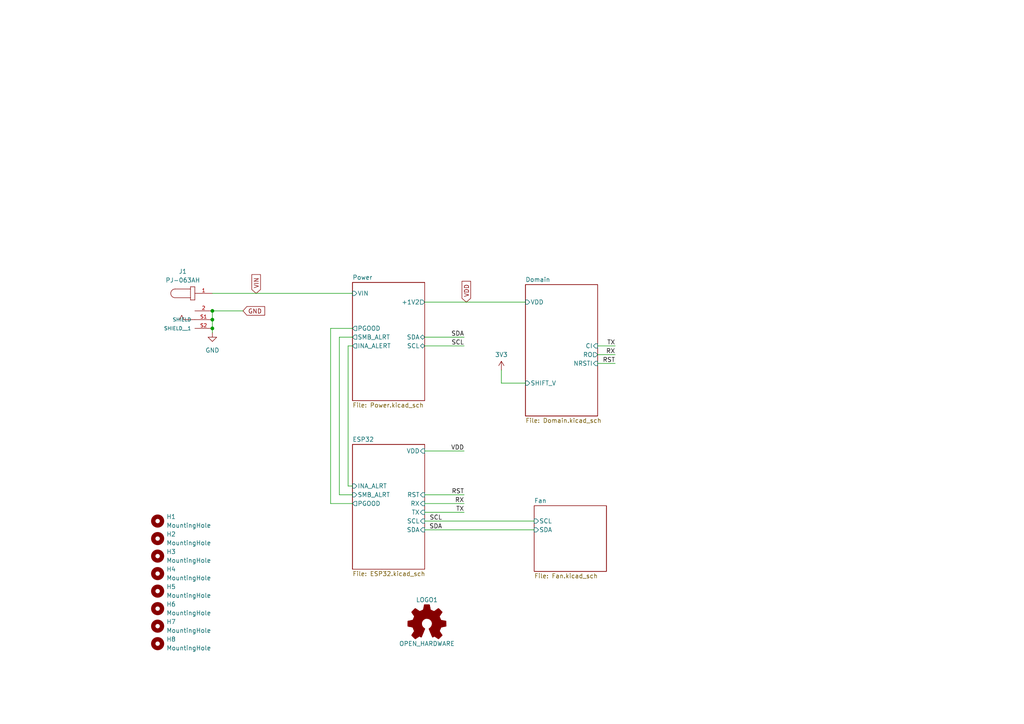
<source format=kicad_sch>
(kicad_sch (version 20231120) (generator "eeschema") (generator_version "8.0")
  (paper "A4")
  (title_block (title "BitForgeNano") (date "2024-06-21") (rev "1.0") (comment 1 "Licensed under CERN-OHL-W version 2"))
  (lib_symbols
    (symbol "BitForgeNano:+3V3_1" (power) (pin_numbers hide) (pin_names (offset 0) hide)
      (property "Value" "+3V3" (at 0 3.556 0))
      (symbol "+3V3_1_0_1"
        (polyline (pts (xy -0.762 1.27) (xy 0 2.54)))
        (polyline (pts (xy 0 0) (xy 0 2.54)))
        (polyline (pts (xy 0 2.54) (xy 0.762 1.27)))
      )
      (symbol "+3V3_1_1_1"
        (pin power_in line (at 0 0 90) (length 0) (name "~") (number "1"))
      )
    )
    (symbol "BitForgeNano:GND" (power) (pin_numbers hide) (pin_names (offset 0) hide)
      (property "Value" "GND" (at 0 -3.81 0))
      (symbol "GND_0_1"
        (polyline (pts (xy 0 0) (xy 0 -1.27) (xy 1.27 -1.27) (xy 0 -2.54) (xy -1.27 -1.27) (xy 0 -1.27)))
      )
      (symbol "GND_1_1"
        (pin power_in line (at 0 0 270) (length 0) (name "~") (number "1"))
      )
    )
    (symbol "BitForgeNano:Logo_Open_Hardware_Small" (in_bom no) (on_board no)
      (symbol "Logo_Open_Hardware_Small_0_1"
        (polyline (pts (xy 3.3528 -4.3434) (xy 3.302 -4.318) (xy 3.175 -4.2418) (xy 2.9972 -4.1148) (xy 2.7686 -3.9624) (xy 2.54 -3.81) (xy 2.3622 -3.7084) (xy 2.2352 -3.6068) (xy 2.1844 -3.5814) (xy 2.159 -3.6068) (xy 2.0574 -3.6576) (xy 1.905 -3.7338) (xy 1.8034 -3.7846) (xy 1.6764 -3.8354) (xy 1.6002 -3.8354) (xy 1.6002 -3.8354) (xy 1.5494 -3.7338) (xy 1.4732 -3.5306) (xy 1.3462 -3.302) (xy 1.2446 -3.0226) (xy 1.1176 -2.7178) (xy 0.9652 -2.413) (xy 0.8636 -2.1082) (xy 0.7366 -1.8288) (xy 0.6604 -1.6256) (xy 0.6096 -1.4732) (xy 0.5842 -1.397) (xy 0.5842 -1.397) (xy 0.6604 -1.3208) (xy 0.7874 -1.2446) (xy 1.0414 -1.016) (xy 1.2954 -0.6858) (xy 1.4478 -0.3302) (xy 1.524 0.0762) (xy 1.4732 0.4572) (xy 1.3208 0.8128) (xy 1.0668 1.143) (xy 0.762 1.3716) (xy 0.4064 1.524) (xy 0 1.5748) (xy -0.381 1.5494) (xy -0.7366 1.397) (xy -1.0668 1.143) (xy -1.2192 0.9906) (xy -1.397 0.6604) (xy -1.524 0.3048) (xy -1.524 0.2286) (xy -1.4986 -0.1778) (xy -1.397 -0.5334) (xy -1.1938 -0.8636) (xy -0.9144 -1.143) (xy -0.8636 -1.1684) (xy -0.7366 -1.27) (xy -0.635 -1.3462) (xy -0.5842 -1.397) (xy -1.0668 -2.5908) (xy -1.143 -2.794) (xy -1.2954 -3.1242) (xy -1.397 -3.4036) (xy -1.4986 -3.6322) (xy -1.5748 -3.7846) (xy -1.6002 -3.8354) (xy -1.6002 -3.8354) (xy -1.651 -3.8354) (xy -1.7272 -3.81) (xy -1.905 -3.7338) (xy -2.0066 -3.683) (xy -2.1336 -3.6068) (xy -2.2098 -3.5814) (xy -2.2606 -3.6068) (xy -2.3622 -3.683) (xy -2.54 -3.81) (xy -2.7686 -3.9624) (xy -2.9718 -4.0894) (xy -3.1496 -4.2164) (xy -3.302 -4.318) (xy -3.3528 -4.3434) (xy -3.3782 -4.3434) (xy -3.429 -4.318) (xy -3.5306 -4.2164) (xy -3.7084 -4.064) (xy -3.937 -3.8354) (xy -3.9624 -3.81) (xy -4.1656 -3.6068) (xy -4.318 -3.4544) (xy -4.4196 -3.3274) (xy -4.445 -3.2766) (xy -4.445 -3.2766) (xy -4.4196 -3.2258) (xy -4.318 -3.0734) (xy -4.2164 -2.8956) (xy -4.064 -2.667) (xy -3.6576 -2.0828) (xy -3.8862 -1.5494) (xy -3.937 -1.3716) (xy -4.0386 -1.1684) (xy -4.0894 -1.0414) (xy -4.1148 -0.9652) (xy -4.191 -0.9398) (xy -4.318 -0.9144) (xy -4.5466 -0.8636) (xy -4.8006 -0.8128) (xy -5.0546 -0.7874) (xy -5.2578 -0.7366) (xy -5.4356 -0.7112) (xy -5.5118 -0.6858) (xy -5.5118 -0.6858) (xy -5.5372 -0.635) (xy -5.5372 -0.5588) (xy -5.5372 -0.4318) (xy -5.5626 -0.2286) (xy -5.5626 0.0762) (xy -5.5626 0.127) (xy -5.5372 0.4064) (xy -5.5372 0.635) (xy -5.5372 0.762) (xy -5.5372 0.8382) (xy -5.5372 0.8382) (xy -5.461 0.8382) (xy -5.3086 0.889) (xy -5.08 0.9144) (xy -4.826 0.9652) (xy -4.8006 0.9906) (xy -4.5466 1.0414) (xy -4.318 1.0668) (xy -4.1656 1.1176) (xy -4.0894 1.143) (xy -4.0894 1.143) (xy -4.0386 1.2446) (xy -3.9624 1.4224) (xy -3.8608 1.6256) (xy -3.7846 1.8288) (xy -3.7084 2.0066) (xy -3.6576 2.159) (xy -3.6322 2.2098) (xy -3.6322 2.2098) (xy -3.683 2.286) (xy -3.7592 2.413) (xy -3.8862 2.5908) (xy -4.064 2.8194) (xy -4.064 2.8448) (xy -4.2164 3.0734) (xy -4.3434 3.2512) (xy -4.4196 3.3782) (xy -4.445 3.4544) (xy -4.445 3.4544) (xy -4.3942 3.5052) (xy -4.2926 3.6322) (xy -4.1148 3.81) (xy -3.937 4.0132) (xy -3.8608 4.064) (xy -3.6576 4.2926) (xy -3.5052 4.4196) (xy -3.4036 4.4958) (xy -3.3528 4.5212) (xy -3.3528 4.5212) (xy -3.302 4.4704) (xy -3.1496 4.3688) (xy -2.9718 4.2418) (xy -2.7432 4.0894) (xy -2.7178 4.0894) (xy -2.4892 3.937) (xy -2.3114 3.81) (xy -2.1844 3.7084) (xy -2.1336 3.683) (xy -2.1082 3.683) (xy -2.032 3.7084) (xy -1.8542 3.7592) (xy -1.6764 3.8354) (xy -1.4732 3.937) (xy -1.27 4.0132) (xy -1.143 4.064) (xy -1.0668 4.1148) (xy -1.0668 4.1148) (xy -1.0414 4.191) (xy -1.016 4.3434) (xy -0.9652 4.572) (xy -0.9144 4.8514) (xy -0.889 4.9022) (xy -0.8382 5.1562) (xy -0.8128 5.3848) (xy -0.7874 5.5372) (xy -0.762 5.588) (xy -0.7112 5.6134) (xy -0.5842 5.6134) (xy -0.4064 5.6134) (xy -0.1524 5.6134) (xy 0.0762 5.6134) (xy 0.3302 5.6134) (xy 0.5334 5.6134) (xy 0.6858 5.588) (xy 0.7366 5.588) (xy 0.7366 5.588) (xy 0.762 5.5118) (xy 0.8128 5.334) (xy 0.8382 5.1054) (xy 0.9144 4.826) (xy 0.9144 4.7752) (xy 0.9652 4.5212) (xy 1.016 4.2926) (xy 1.0414 4.1402) (xy 1.0668 4.0894) (xy 1.0668 4.0894) (xy 1.1938 4.0386) (xy 1.3716 3.9624) (xy 1.5748 3.8608) (xy 2.0828 3.6576) (xy 2.7178 4.0894) (xy 2.7686 4.1402) (xy 2.9972 4.2926) (xy 3.175 4.4196) (xy 3.302 4.4958) (xy 3.3782 4.5212) (xy 3.3782 4.5212) (xy 3.429 4.4704) (xy 3.556 4.3434) (xy 3.7338 4.191) (xy 3.9116 3.9878) (xy 4.064 3.8354) (xy 4.2418 3.6576) (xy 4.3434 3.556) (xy 4.4196 3.4798) (xy 4.4196 3.429) (xy 4.4196 3.4036) (xy 4.3942 3.3274) (xy 4.2926 3.2004) (xy 4.1656 2.9972) (xy 4.0132 2.794) (xy 3.8862 2.5908) (xy 3.7592 2.3876) (xy 3.6576 2.2352) (xy 3.6322 2.159) (xy 3.6322 2.1336) (xy 3.683 2.0066) (xy 3.7592 1.8288) (xy 3.8608 1.6002) (xy 4.064 1.1176) (xy 4.3942 1.0414) (xy 4.5974 1.016) (xy 4.8768 0.9652) (xy 5.1308 0.9144) (xy 5.5372 0.8382) (xy 5.5626 -0.6604) (xy 5.4864 -0.6858) (xy 5.4356 -0.6858) (xy 5.2832 -0.7366) (xy 5.0546 -0.762) (xy 4.8006 -0.8128) (xy 4.5974 -0.8636) (xy 4.3688 -0.9144) (xy 4.2164 -0.9398) (xy 4.1402 -0.9398) (xy 4.1148 -0.9652) (xy 4.064 -1.0668) (xy 3.9878 -1.2446) (xy 3.9116 -1.4478) (xy 3.81 -1.651) (xy 3.7338 -1.8542) (xy 3.683 -2.0066) (xy 3.6576 -2.0828) (xy 3.683 -2.1336) (xy 3.7846 -2.2606) (xy 3.8862 -2.4638) (xy 4.0386 -2.667) (xy 4.191 -2.8956) (xy 4.318 -3.0734) (xy 4.3942 -3.2004) (xy 4.445 -3.2766) (xy 4.4196 -3.3274) (xy 4.3434 -3.429) (xy 4.1656 -3.5814) (xy 3.937 -3.8354) (xy 3.8862 -3.8608) (xy 3.683 -4.064) (xy 3.5306 -4.2164) (xy 3.4036 -4.318) (xy 3.3528 -4.3434)) (fill (type outline)))
      )
    )
    (symbol "BitForgeNano:MountingHole" (pin_names (offset 1.016)) (exclude_from_sim yes) (in_bom no)
      (property "Reference" "H" (at 0 5.08 0))
      (property "Value" "MountingHole" (at 0 3.175 0))
      (symbol "MountingHole_0_1"
        (circle (center 0 0) (radius 1.27) (stroke (width 1.27)))
      )
    )
    (symbol "BitForgeNano:PJ-063AH" (pin_names (offset 1.016))
      (property "Reference" "J" (at -7.6276 5.0851 0))
      (property "Value" "PJ-063AH" (at -7.6313 -12.715 0))
      (symbol "PJ-063AH_0_0"
        (arc (start -5.715 3.81) (mid -6.9794 2.54) (end -5.715 1.27) (stroke (width 0.1524)))
        (polyline (pts (xy -5.715 3.81) (xy -1.27 3.81)) (stroke (width 0.1524)))
        (polyline (pts (xy -3.81 -3.81) (xy -4.445 -5.08)) (stroke (width 0.1524)))
        (polyline (pts (xy -3.175 -5.08) (xy -3.81 -3.81)) (stroke (width 0.1524)))
        (polyline (pts (xy -1.27 0.635) (xy 0 0.635)) (stroke (width 0.1524)))
        (polyline (pts (xy -1.27 1.27) (xy -5.715 1.27)) (stroke (width 0.1524)))
        (polyline (pts (xy -1.27 1.27) (xy -1.27 0.635)) (stroke (width 0.1524)))
        (polyline (pts (xy -1.27 3.81) (xy -1.27 1.27)) (stroke (width 0.1524)))
        (polyline (pts (xy -1.27 4.445) (xy -1.27 3.81)) (stroke (width 0.1524)))
        (polyline (pts (xy 0 -5.08) (xy -3.175 -5.08)) (stroke (width 0.1524)))
        (polyline (pts (xy 0 0.635) (xy 0 4.445)) (stroke (width 0.1524)))
        (polyline (pts (xy 0 4.445) (xy -1.27 4.445)) (stroke (width 0.1524)))
        (pin passive line (at 5.08 2.54 180) (length 5.08) (name "~") (number "1"))
        (pin passive line (at 5.08 -2.54 180) (length 5.08) (name "~") (number "2"))
        (pin power_in line (at 5.08 -5.08 180) (length 5.08) (name "SHIELD") (number "S1"))
        (pin power_in line (at 5.08 -7.62 180) (length 5.08) (name "SHIELD__1") (number "S2"))
      )
    )
  )
  (junction (at 61.595 92.71))
  (junction (at 61.595 90.17))
  (junction (at 61.595 95.25))
  (wire (pts (xy 61.595 85.09) (xy 102.235 85.09)))
  (wire (pts (xy 123.19 151.13) (xy 154.94 151.13)))
  (wire (pts (xy 98.425 97.79) (xy 98.425 143.51)))
  (wire (pts (xy 145.415 107.315) (xy 145.415 111.125)))
  (wire (pts (xy 102.235 95.25) (xy 95.885 95.25)))
  (wire (pts (xy 95.885 146.05) (xy 102.235 146.05)))
  (wire (pts (xy 61.595 95.25) (xy 61.595 96.52)))
  (wire (pts (xy 95.885 95.25) (xy 95.885 146.05)))
  (wire (pts (xy 123.19 148.59) (xy 134.62 148.59)))
  (wire (pts (xy 102.235 97.79) (xy 98.425 97.79)))
  (wire (pts (xy 123.19 146.05) (xy 134.62 146.05)))
  (wire (pts (xy 145.415 111.125) (xy 152.4 111.125)))
  (wire (pts (xy 61.595 90.17) (xy 70.485 90.17)))
  (wire (pts (xy 123.19 143.51) (xy 134.62 143.51)))
  (wire (pts (xy 123.19 153.67) (xy 154.94 153.67)))
  (wire (pts (xy 100.965 100.33) (xy 102.235 100.33)))
  (wire (pts (xy 61.595 92.71) (xy 61.595 95.25)))
  (wire (pts (xy 61.595 90.17) (xy 61.595 92.71)))
  (wire (pts (xy 173.355 100.33) (xy 178.435 100.33)))
  (wire (pts (xy 123.19 87.63) (xy 152.4 87.63)))
  (wire (pts (xy 102.235 140.97) (xy 100.965 140.97)))
  (wire (pts (xy 123.19 130.81) (xy 134.62 130.81)))
  (wire (pts (xy 173.355 102.87) (xy 178.435 102.87)))
  (wire (pts (xy 98.425 143.51) (xy 102.235 143.51)))
  (wire (pts (xy 123.19 97.79) (xy 134.62 97.79)))
  (wire (pts (xy 123.19 100.33) (xy 134.62 100.33)))
  (wire (pts (xy 173.355 105.41) (xy 178.435 105.41)))
  (wire (pts (xy 100.965 140.97) (xy 100.965 100.33)))
  (label "VDD" (at 134.62 130.81 180))
  (label "SDA" (at 134.62 97.79 180))
  (label "SCL" (at 134.62 100.33 180))
  (label "RST" (at 134.62 143.51 180))
  (label "RX" (at 178.435 102.87 180))
  (label "SCL" (at 128.27 151.13 180))
  (label "RX" (at 134.62 146.05 180))
  (label "SDA" (at 128.27 153.67 180))
  (label "TX" (at 178.435 100.33 180))
  (label "RST" (at 178.435 105.41 180))
  (label "TX" (at 134.62 148.59 180))
  (global_label "GND" (shape input) (at 70.485 90.17 0) (property "Intersheetrefs" "${INTERSHEET_REFS}" (effects (hide yes))))
  (global_label "VIN" (shape input) (at 74.295 85.09 90) (property "Intersheetrefs" "${INTERSHEET_REFS}" (effects (hide yes))))
  (global_label "VDD" (shape input) (at 135.255 87.63 90) (property "Intersheetrefs" "${INTERSHEET_REFS}" (effects (hide yes))))
  (symbol (lib_id "BitForgeNano:MountingHole") (at 45.72 151.13 0) (unit 1) (exclude_from_sim yes) (in_bom no)
    (property "Reference" "H1" (at 48.26 149.8599 0) (effects (justify left)))
    (property "Value" "MountingHole" (at 48.26 152.3999 0) (effects (justify left)))
    (property "Footprint" "BitForgeNano:MountingHole_3.2mm_M3_ISO14580" (effects (hide yes)))
    (property "Description" "Mounting Hole without connection" (effects (hide yes)))
  )
  (symbol (lib_id "BitForgeNano:GND") (at 61.595 96.52 0) (unit 1)
    (property "Reference" "#PWR06" (effects (hide yes)))
    (property "Value" "GND" (at 61.595 101.6 0))
    (property "Description" "Power symbol creates a global label with name \"GND\" , ground" (effects (hide yes)))
  )
  (symbol (lib_id "BitForgeNano:PJ-063AH") (at 56.515 87.63 0) (unit 1)
    (property "Reference" "J1" (at 53.0253 78.74 0))
    (property "Value" "PJ-063AH" (at 53.0253 81.28 0))
    (property "Footprint" "PJ-063AH:CUI_PJ-063AH" (effects (hide yes)))
    (property "Description" "PJ-063AH" (effects (hide yes)))
    (property "PARTREV" "1.02" (effects (hide yes)))
    (property "MANUFACTURER" "CUI INC" (effects (hide yes)))
    (property "STANDARD" "Manufacturer recommendations" (effects (hide yes)))
    (property "DK" "CP-063AH-ND" (effects (hide yes)))
  )
  (symbol (lib_id "BitForgeNano:MountingHole") (at 45.72 156.21 0) (unit 1) (exclude_from_sim yes) (in_bom no)
    (property "Reference" "H2" (at 48.26 154.9399 0) (effects (justify left)))
    (property "Value" "MountingHole" (at 48.26 157.4799 0) (effects (justify left)))
    (property "Footprint" "BitForgeNano:MountingHole_3.2mm_M3_ISO14580" (effects (hide yes)))
    (property "Description" "Mounting Hole without connection" (effects (hide yes)))
  )
  (symbol (lib_id "BitForgeNano:+3V3_1") (at 145.415 107.315 0) (unit 1)
    (property "Reference" "#PWR023" (effects (hide yes)))
    (property "Value" "3V3" (at 145.415 102.87 0))
    (property "Description" "Power symbol creates a global label with name \"+3V3\"" (effects (hide yes)))
  )
  (symbol (lib_id "BitForgeNano:MountingHole") (at 45.72 171.45 0) (unit 1) (exclude_from_sim yes) (in_bom no)
    (property "Reference" "H5" (at 48.26 170.1799 0) (effects (justify left)))
    (property "Value" "MountingHole" (at 48.26 172.7199 0) (effects (justify left)))
    (property "Footprint" "BitForgeNano:MountingHole_3.2mm_M3_ISO14580" (effects (hide yes)))
    (property "Description" "Mounting Hole without connection" (effects (hide yes)))
  )
  (symbol (lib_id "BitForgeNano:MountingHole") (at 45.72 181.61 0) (unit 1) (exclude_from_sim yes) (in_bom no)
    (property "Reference" "H7" (at 48.26 180.3399 0) (effects (justify left)))
    (property "Value" "MountingHole" (at 48.26 182.8799 0) (effects (justify left)))
    (property "Footprint" "BitForgeNano:MountingHole_3.2mm_M3_ISO14580" (effects (hide yes)))
    (property "Description" "Mounting Hole without connection" (effects (hide yes)))
  )
  (symbol (lib_id "BitForgeNano:MountingHole") (at 45.72 186.69 0) (unit 1) (exclude_from_sim yes) (in_bom no)
    (property "Reference" "H8" (at 48.26 185.4199 0) (effects (justify left)))
    (property "Value" "MountingHole" (at 48.26 187.9599 0) (effects (justify left)))
    (property "Footprint" "BitForgeNano:MountingHole_3.2mm_M3_ISO14580" (effects (hide yes)))
    (property "Description" "Mounting Hole without connection" (effects (hide yes)))
  )
  (symbol (lib_id "BitForgeNano:Logo_Open_Hardware_Small") (at 123.825 180.975 0) (unit 1)
    (property "Reference" "LOGO1" (at 123.825 173.99 0))
    (property "Value" "OPEN_HARDWARE" (at 123.825 186.69 0))
    (property "Footprint" "BitForgeNano:OSHW-Logo_5.7x6mm_SilkScreen" (effects (hide yes)))
    (property "Description" "Open Hardware logo, small" (effects (hide yes)))
    (property "Config" "+info" (effects (hide yes)))
    (property "Sim.Enable" "0" (effects (hide yes)))
  )
  (symbol (lib_id "BitForgeNano:MountingHole") (at 45.72 161.29 0) (unit 1) (exclude_from_sim yes) (in_bom no)
    (property "Reference" "H3" (at 48.26 160.0199 0) (effects (justify left)))
    (property "Value" "MountingHole" (at 48.26 162.5599 0) (effects (justify left)))
    (property "Footprint" "BitForgeNano:MountingHole_3.2mm_M3_ISO14580" (effects (hide yes)))
    (property "Description" "Mounting Hole without connection" (effects (hide yes)))
  )
  (symbol (lib_id "BitForgeNano:MountingHole") (at 45.72 166.37 0) (unit 1) (exclude_from_sim yes) (in_bom no)
    (property "Reference" "H4" (at 48.26 165.0999 0) (effects (justify left)))
    (property "Value" "MountingHole" (at 48.26 167.6399 0) (effects (justify left)))
    (property "Footprint" "BitForgeNano:MountingHole_3.2mm_M3_ISO14580" (effects (hide yes)))
    (property "Description" "Mounting Hole without connection" (effects (hide yes)))
  )
  (symbol (lib_id "BitForgeNano:MountingHole") (at 45.72 176.53 0) (unit 1) (exclude_from_sim yes) (in_bom no)
    (property "Reference" "H6" (at 48.26 175.2599 0) (effects (justify left)))
    (property "Value" "MountingHole" (at 48.26 177.7999 0) (effects (justify left)))
    (property "Footprint" "BitForgeNano:MountingHole_3.2mm_M3_ISO14580" (effects (hide yes)))
    (property "Description" "Mounting Hole without connection" (effects (hide yes)))
  )
  (sheet (at 154.94 146.685) (size 20.955 19.05) (stroke (width 0.1524))
    (property "Sheetname" "Fan" (at 154.94 145.9734 0) (effects (justify left bottom)))
    (property "Sheetfile" "Fan.kicad_sch" (at 154.94 166.3196 0) (effects (justify left top)))
    (pin "SCL" input (at 154.94 151.13 180))
    (pin "SDA" input (at 154.94 153.67 180))
  )
  (sheet (at 102.235 81.915) (size 20.955 34.29) (stroke (width 0.1524))
    (property "Sheetname" "Power" (at 102.235 81.2034 0) (effects (justify left bottom)))
    (property "Sheetfile" "Power.kicad_sch" (at 102.235 116.7896 0) (effects (justify left top)))
    (pin "VIN" input (at 102.235 85.09 180))
    (pin "PGOOD" output (at 102.235 95.25 180))
    (pin "+1V2" output (at 123.19 87.63 0))
    (pin "INA_ALERT" output (at 102.235 100.33 180))
    (pin "SDA" bidirectional (at 123.19 97.79 0))
    (pin "SCL" bidirectional (at 123.19 100.33 0))
    (pin "SMB_ALRT" output (at 102.235 97.79 180))
  )
  (sheet (at 152.4 82.55) (size 20.955 38.1) (stroke (width 0.1524))
    (property "Sheetname" "Domain" (at 152.4 81.8384 0) (effects (justify left bottom)))
    (property "Sheetfile" "Domain.kicad_sch" (at 152.4 121.2346 0) (effects (justify left top)))
    (pin "VDD" input (at 152.4 87.63 180))
    (pin "RO" output (at 173.355 102.87 0))
    (pin "CI" input (at 173.355 100.33 0))
    (pin "NRSTI" input (at 173.355 105.41 0))
    (pin "SHIFT_V" input (at 152.4 111.125 180))
  )
  (sheet (at 102.235 128.905) (size 20.955 36.195) (stroke (width 0.1524))
    (property "Sheetname" "ESP32" (at 102.235 128.1934 0) (effects (justify left bottom)))
    (property "Sheetfile" "ESP32.kicad_sch" (at 102.235 165.6846 0) (effects (justify left top)))
    (pin "PGOOD" output (at 102.235 146.05 180))
    (pin "RX" input (at 123.19 146.05 0))
    (pin "TX" input (at 123.19 148.59 0))
    (pin "RST" input (at 123.19 143.51 0))
    (pin "SCL" input (at 123.19 151.13 0))
    (pin "SDA" input (at 123.19 153.67 0))
    (pin "VDD" input (at 123.19 130.81 0))
    (pin "SMB_ALRT" input (at 102.235 143.51 180))
    (pin "INA_ALRT" input (at 102.235 140.97 180))
  )
)
</source>
